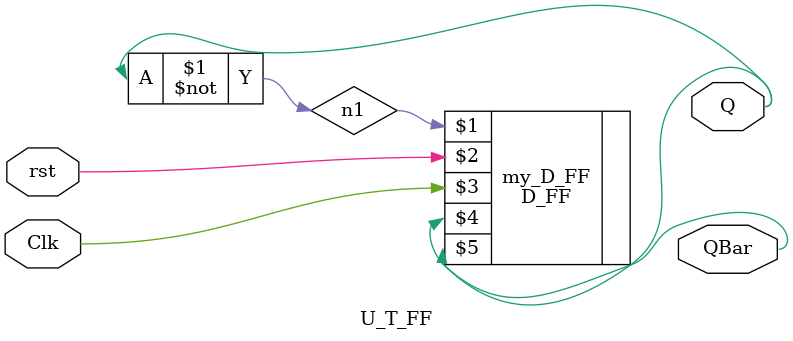
<source format=v>
module U_T_FF(rst, Clk, Q, QBar);
		
		input rst;
		input Clk;
		
		output Q;
		output QBar;

		wire n1;
		
		not n(n1, Q);
		D_FF my_D_FF(n1, rst, Clk, Q, QBar);

endmodule 


</source>
